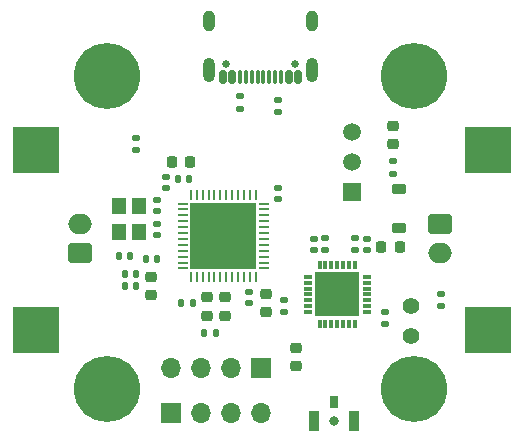
<source format=gbr>
%TF.GenerationSoftware,KiCad,Pcbnew,8.0.2*%
%TF.CreationDate,2024-07-19T14:35:34-04:00*%
%TF.ProjectId,StepperMotorDriver,53746570-7065-4724-9d6f-746f72447269,rev?*%
%TF.SameCoordinates,Original*%
%TF.FileFunction,Soldermask,Top*%
%TF.FilePolarity,Negative*%
%FSLAX46Y46*%
G04 Gerber Fmt 4.6, Leading zero omitted, Abs format (unit mm)*
G04 Created by KiCad (PCBNEW 8.0.2) date 2024-07-19 14:35:34*
%MOMM*%
%LPD*%
G01*
G04 APERTURE LIST*
G04 Aperture macros list*
%AMRoundRect*
0 Rectangle with rounded corners*
0 $1 Rounding radius*
0 $2 $3 $4 $5 $6 $7 $8 $9 X,Y pos of 4 corners*
0 Add a 4 corners polygon primitive as box body*
4,1,4,$2,$3,$4,$5,$6,$7,$8,$9,$2,$3,0*
0 Add four circle primitives for the rounded corners*
1,1,$1+$1,$2,$3*
1,1,$1+$1,$4,$5*
1,1,$1+$1,$6,$7*
1,1,$1+$1,$8,$9*
0 Add four rect primitives between the rounded corners*
20,1,$1+$1,$2,$3,$4,$5,0*
20,1,$1+$1,$4,$5,$6,$7,0*
20,1,$1+$1,$6,$7,$8,$9,0*
20,1,$1+$1,$8,$9,$2,$3,0*%
G04 Aperture macros list end*
%ADD10R,1.200000X1.400000*%
%ADD11RoundRect,0.225000X-0.250000X0.225000X-0.250000X-0.225000X0.250000X-0.225000X0.250000X0.225000X0*%
%ADD12RoundRect,0.135000X-0.185000X0.135000X-0.185000X-0.135000X0.185000X-0.135000X0.185000X0.135000X0*%
%ADD13C,1.400000*%
%ADD14RoundRect,0.135000X-0.135000X-0.185000X0.135000X-0.185000X0.135000X0.185000X-0.135000X0.185000X0*%
%ADD15R,4.000000X4.000000*%
%ADD16RoundRect,0.140000X0.140000X0.170000X-0.140000X0.170000X-0.140000X-0.170000X0.140000X-0.170000X0*%
%ADD17RoundRect,0.135000X0.135000X0.185000X-0.135000X0.185000X-0.135000X-0.185000X0.135000X-0.185000X0*%
%ADD18RoundRect,0.250000X-0.750000X0.600000X-0.750000X-0.600000X0.750000X-0.600000X0.750000X0.600000X0*%
%ADD19O,2.000000X1.700000*%
%ADD20RoundRect,0.225000X0.375000X-0.225000X0.375000X0.225000X-0.375000X0.225000X-0.375000X-0.225000X0*%
%ADD21C,5.600000*%
%ADD22RoundRect,0.140000X-0.170000X0.140000X-0.170000X-0.140000X0.170000X-0.140000X0.170000X0.140000X0*%
%ADD23RoundRect,0.135000X0.185000X-0.135000X0.185000X0.135000X-0.185000X0.135000X-0.185000X-0.135000X0*%
%ADD24RoundRect,0.140000X0.170000X-0.140000X0.170000X0.140000X-0.170000X0.140000X-0.170000X-0.140000X0*%
%ADD25C,0.800000*%
%ADD26R,0.900000X1.700000*%
%ADD27R,0.800000X1.100000*%
%ADD28RoundRect,0.225000X-0.225000X-0.250000X0.225000X-0.250000X0.225000X0.250000X-0.225000X0.250000X0*%
%ADD29RoundRect,0.218750X-0.256250X0.218750X-0.256250X-0.218750X0.256250X-0.218750X0.256250X0.218750X0*%
%ADD30RoundRect,0.250000X0.750000X-0.600000X0.750000X0.600000X-0.750000X0.600000X-0.750000X-0.600000X0*%
%ADD31RoundRect,0.140000X-0.140000X-0.170000X0.140000X-0.170000X0.140000X0.170000X-0.140000X0.170000X0*%
%ADD32R,1.500000X1.500000*%
%ADD33C,1.500000*%
%ADD34R,1.700000X1.700000*%
%ADD35O,1.700000X1.700000*%
%ADD36RoundRect,0.218750X0.256250X-0.218750X0.256250X0.218750X-0.256250X0.218750X-0.256250X-0.218750X0*%
%ADD37RoundRect,0.225000X0.250000X-0.225000X0.250000X0.225000X-0.250000X0.225000X-0.250000X-0.225000X0*%
%ADD38C,0.650000*%
%ADD39RoundRect,0.150000X0.150000X0.425000X-0.150000X0.425000X-0.150000X-0.425000X0.150000X-0.425000X0*%
%ADD40RoundRect,0.075000X0.075000X0.500000X-0.075000X0.500000X-0.075000X-0.500000X0.075000X-0.500000X0*%
%ADD41O,1.000000X2.100000*%
%ADD42O,1.000000X1.800000*%
%ADD43R,0.800000X0.300000*%
%ADD44R,0.300000X0.800000*%
%ADD45R,3.800000X3.800000*%
%ADD46RoundRect,0.062500X-0.375000X-0.062500X0.375000X-0.062500X0.375000X0.062500X-0.375000X0.062500X0*%
%ADD47RoundRect,0.062500X-0.062500X-0.375000X0.062500X-0.375000X0.062500X0.375000X-0.062500X0.375000X0*%
%ADD48R,5.600000X5.600000*%
G04 APERTURE END LIST*
D10*
%TO.C,Y2*%
X122000000Y-101510000D03*
X122000000Y-103710000D03*
X123700000Y-103710000D03*
X123700000Y-101510000D03*
%TD*%
D11*
%TO.C,C2*%
X131000000Y-109250000D03*
X131000000Y-110800000D03*
%TD*%
D12*
%TO.C,R6*%
X142000000Y-104240000D03*
X142000000Y-105260000D03*
%TD*%
D13*
%TO.C,JP1*%
X146750000Y-110000000D03*
X146750000Y-112540000D03*
%TD*%
D14*
%TO.C,R10*%
X129240000Y-112250000D03*
X130260000Y-112250000D03*
%TD*%
D15*
%TO.C,J2*%
X153250000Y-112000000D03*
%TD*%
D16*
%TO.C,C19*%
X123460000Y-108250000D03*
X122500000Y-108250000D03*
%TD*%
D17*
%TO.C,R4*%
X128260000Y-109750000D03*
X127240000Y-109750000D03*
%TD*%
D18*
%TO.C,J7*%
X149217500Y-103000000D03*
D19*
X149217500Y-105500000D03*
%TD*%
D20*
%TO.C,D2*%
X145750000Y-103400000D03*
X145750000Y-100100000D03*
%TD*%
D21*
%TO.C,H3*%
X121000000Y-90500000D03*
%TD*%
D22*
%TO.C,C5*%
X144500000Y-110520000D03*
X144500000Y-111480000D03*
%TD*%
D23*
%TO.C,R1*%
X123500000Y-96760000D03*
X123500000Y-95740000D03*
%TD*%
D22*
%TO.C,C13*%
X135500000Y-100000000D03*
X135500000Y-100960000D03*
%TD*%
D24*
%TO.C,C12*%
X126000000Y-100000000D03*
X126000000Y-99040000D03*
%TD*%
D25*
%TO.C,SW1*%
X140250000Y-119750000D03*
D26*
X141950000Y-119750000D03*
X138550000Y-119750000D03*
D27*
X140250000Y-118110000D03*
%TD*%
D12*
%TO.C,R9*%
X145250000Y-97740000D03*
X145250000Y-98760000D03*
%TD*%
D11*
%TO.C,C10*%
X134500000Y-108975000D03*
X134500000Y-110525000D03*
%TD*%
D28*
%TO.C,C8*%
X144225000Y-105000000D03*
X145775000Y-105000000D03*
%TD*%
D29*
%TO.C,FB3*%
X124750000Y-107500000D03*
X124750000Y-109075000D03*
%TD*%
D24*
%TO.C,C7*%
X138500000Y-105250000D03*
X138500000Y-104290000D03*
%TD*%
D21*
%TO.C,H4*%
X121000000Y-117000000D03*
%TD*%
%TO.C,H2*%
X147000000Y-117000000D03*
%TD*%
D15*
%TO.C,J9*%
X115000000Y-112000000D03*
%TD*%
%TO.C,J8*%
X153250000Y-96750000D03*
%TD*%
D30*
%TO.C,J1*%
X118750000Y-105500000D03*
D19*
X118750000Y-103000000D03*
%TD*%
D22*
%TO.C,C6*%
X136000000Y-109500000D03*
X136000000Y-110460000D03*
%TD*%
D12*
%TO.C,R7*%
X135500000Y-92500000D03*
X135500000Y-93520000D03*
%TD*%
%TO.C,R5*%
X139500000Y-104240000D03*
X139500000Y-105260000D03*
%TD*%
D22*
%TO.C,C3*%
X125250000Y-101000000D03*
X125250000Y-101960000D03*
%TD*%
D15*
%TO.C,J3*%
X115000000Y-96750000D03*
%TD*%
D16*
%TO.C,C18*%
X123460000Y-107250000D03*
X122500000Y-107250000D03*
%TD*%
D23*
%TO.C,R11*%
X149250000Y-110010000D03*
X149250000Y-108990000D03*
%TD*%
D12*
%TO.C,R8*%
X132250000Y-92240000D03*
X132250000Y-93260000D03*
%TD*%
D31*
%TO.C,C20*%
X122020000Y-105750000D03*
X122980000Y-105750000D03*
%TD*%
D21*
%TO.C,H1*%
X147000000Y-90500000D03*
%TD*%
D32*
%TO.C,U5*%
X141750000Y-100290000D03*
D33*
X141750000Y-97750000D03*
X141750000Y-95210000D03*
%TD*%
D16*
%TO.C,C17*%
X125230000Y-106000000D03*
X124270000Y-106000000D03*
%TD*%
D28*
%TO.C,C15*%
X126475000Y-97750000D03*
X128025000Y-97750000D03*
%TD*%
D34*
%TO.C,J4*%
X126460000Y-119000000D03*
D35*
X129000000Y-119000000D03*
X131540000Y-119000000D03*
X134080000Y-119000000D03*
%TD*%
D24*
%TO.C,C9*%
X143000000Y-105230000D03*
X143000000Y-104270000D03*
%TD*%
%TO.C,C14*%
X133000000Y-109730000D03*
X133000000Y-108770000D03*
%TD*%
D36*
%TO.C,D3*%
X145250000Y-96287500D03*
X145250000Y-94712500D03*
%TD*%
D24*
%TO.C,C4*%
X125200000Y-103960000D03*
X125200000Y-103000000D03*
%TD*%
D37*
%TO.C,C11*%
X137000000Y-115050000D03*
X137000000Y-113500000D03*
%TD*%
D31*
%TO.C,C16*%
X127020000Y-99250000D03*
X127980000Y-99250000D03*
%TD*%
D38*
%TO.C,J5*%
X136890000Y-89500000D03*
X131110000Y-89500000D03*
D39*
X137200000Y-90575000D03*
X136400000Y-90575000D03*
D40*
X135250000Y-90575000D03*
X134250000Y-90575000D03*
X133750000Y-90575000D03*
X132750000Y-90575000D03*
D39*
X131600000Y-90575000D03*
X130800000Y-90575000D03*
X130800000Y-90575000D03*
X131600000Y-90575000D03*
D40*
X132250000Y-90575000D03*
X133250000Y-90575000D03*
X134750000Y-90575000D03*
X135750000Y-90575000D03*
D39*
X136400000Y-90575000D03*
X137200000Y-90575000D03*
D41*
X138320000Y-90000000D03*
D42*
X138320000Y-85820000D03*
D41*
X129680000Y-90000000D03*
D42*
X129680000Y-85820000D03*
%TD*%
D36*
%TO.C,D4*%
X129500000Y-110825000D03*
X129500000Y-109250000D03*
%TD*%
D43*
%TO.C,IC2*%
X138000000Y-107500000D03*
X138000000Y-108000000D03*
X138000000Y-108500000D03*
X138000000Y-109000000D03*
X138000000Y-109500000D03*
X138000000Y-110000000D03*
X138000000Y-110500000D03*
D44*
X139000000Y-111500000D03*
X139500000Y-111500000D03*
X140000000Y-111500000D03*
X140500000Y-111500000D03*
X141000000Y-111500000D03*
X141500000Y-111500000D03*
X142000000Y-111500000D03*
D43*
X143000000Y-110500000D03*
X143000000Y-110000000D03*
X143000000Y-109500000D03*
X143000000Y-109000000D03*
X143000000Y-108500000D03*
X143000000Y-108000000D03*
X143000000Y-107500000D03*
D44*
X142000000Y-106500000D03*
X141500000Y-106500000D03*
X141000000Y-106500000D03*
X140500000Y-106500000D03*
X140000000Y-106500000D03*
X139500000Y-106500000D03*
X139000000Y-106500000D03*
D45*
X140500000Y-109000000D03*
%TD*%
D46*
%TO.C,U3*%
X127412500Y-101300000D03*
X127412500Y-101800000D03*
X127412500Y-102300000D03*
X127412500Y-102800000D03*
X127412500Y-103300000D03*
X127412500Y-103800000D03*
X127412500Y-104300000D03*
X127412500Y-104800000D03*
X127412500Y-105300000D03*
X127412500Y-105800000D03*
X127412500Y-106300000D03*
X127412500Y-106800000D03*
D47*
X128100000Y-107487500D03*
X128600000Y-107487500D03*
X129100000Y-107487500D03*
X129600000Y-107487500D03*
X130100000Y-107487500D03*
X130600000Y-107487500D03*
X131100000Y-107487500D03*
X131600000Y-107487500D03*
X132100000Y-107487500D03*
X132600000Y-107487500D03*
X133100000Y-107487500D03*
X133600000Y-107487500D03*
D46*
X134287500Y-106800000D03*
X134287500Y-106300000D03*
X134287500Y-105800000D03*
X134287500Y-105300000D03*
X134287500Y-104800000D03*
X134287500Y-104300000D03*
X134287500Y-103800000D03*
X134287500Y-103300000D03*
X134287500Y-102800000D03*
X134287500Y-102300000D03*
X134287500Y-101800000D03*
X134287500Y-101300000D03*
D47*
X133600000Y-100612500D03*
X133100000Y-100612500D03*
X132600000Y-100612500D03*
X132100000Y-100612500D03*
X131600000Y-100612500D03*
X131100000Y-100612500D03*
X130600000Y-100612500D03*
X130100000Y-100612500D03*
X129600000Y-100612500D03*
X129100000Y-100612500D03*
X128600000Y-100612500D03*
X128100000Y-100612500D03*
D48*
X130850000Y-104050000D03*
%TD*%
D34*
%TO.C,J6*%
X134040000Y-115250000D03*
D35*
X131500000Y-115250000D03*
X128960000Y-115250000D03*
X126420000Y-115250000D03*
%TD*%
M02*

</source>
